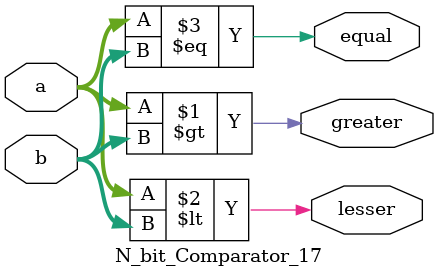
<source format=v>
`timescale 1ns / 1ps
module N_bit_Comparator_17(a,b,greater,lesser,equal);
parameter N=8;
input[N-1:0]a,b;
output greater,lesser,equal;

assign greater=a>b;

assign lesser=a<b;
assign equal=a==b;


endmodule

</source>
